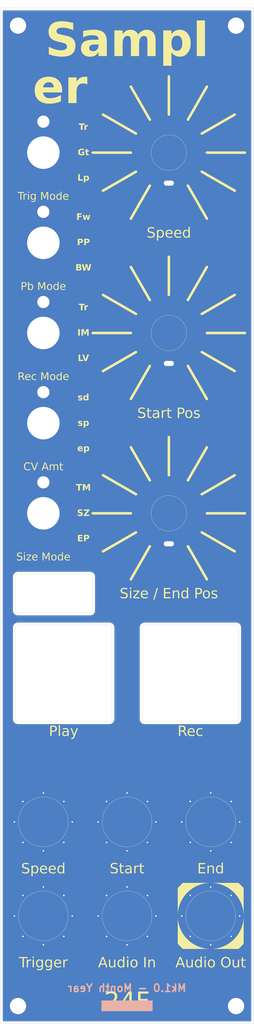
<source format=kicad_pcb>
(kicad_pcb (version 20241229) (generator "pcbnew") (generator_version "9.0")
  (title_block (title "Kosmo Format Front Panel - 5 cm") (company "DMH Instruments"))
  (layers (0 "F.Cu" signal) (2 "B.Cu" signal) (13 "F.Paste" user) (15 "B.Paste" user) (5 "F.SilkS" user "F.Silkscreen") (7 "B.SilkS" user "B.Silkscreen") (1 "F.Mask" user) (3 "B.Mask" user) (25 "Edge.Cuts" user))
  (net 0 "")
  (net 1 "GND")
  (footprint "SynthStuff:MountingHole_Rails" (layer "F.Cu") (at 53.5 226.5)
    (property "Reference" "H3")
    (property "Value" "MountingHole_Rails" (hide yes))
    (pad "1" thru_hole circle (at 0 0) (size 4 4) (drill 3.2) (layers "*.Cu" "*.Mask") (net 1 "GND"))
  )
  (footprint "SynthStuff:Pot_Cutout_Small" (layer "F.Cu") (at 83.25 58.5)
    (property "Reference" "H13")
    (property "Value" "Speed" (at 0 15.9 0) (layer "F.SilkS") (effects (font (size 2 2))))
    (fp_line (start -7.499998 0) (end -15 0) (stroke (width 0.5)) (layer "F.SilkS"))
    (fp_line (start -6.49301 -3.753771) (end -12.992858 -7.495709) (stroke (width 0.5)) (layer "F.SilkS"))
    (fp_line (start -6.49301 3.753772) (end -12.992781 7.495835) (stroke (width 0.5)) (layer "F.SilkS"))
    (fp_line (start -3.753772 -6.49301) (end -7.495837 -12.992783) (stroke (width 0.5)) (layer "F.SilkS"))
    (fp_line (start -3.753771 6.49301) (end -7.495708 12.992854) (stroke (width 0.5)) (layer "F.SilkS"))
    (fp_line (start 0 -7.5) (end 0 -15) (stroke (width 0.5)) (layer "F.SilkS"))
    (fp_line (start 3.753771 -6.49301) (end 7.495709 -12.992858) (stroke (width 0.5)) (layer "F.SilkS"))
    (fp_line (start 3.753772 6.49301) (end 7.495835 12.992782) (stroke (width 0.5)) (layer "F.SilkS"))
    (fp_line (start 6.49301 -3.753772) (end 12.992783 -7.495836) (stroke (width 0.5)) (layer "F.SilkS"))
    (fp_line (start 6.49301 3.753771) (end 12.992855 7.495709) (stroke (width 0.5)) (layer "F.SilkS"))
    (fp_line (start 7.5 0) (end 14.999999 0) (stroke (width 0.5)) (layer "F.SilkS"))
    (fp_circle (center 0 0) (end 0 3.5) (stroke (width 0.05)) (fill no) (layer "Edge.Cuts"))
    (pad "1" connect circle (at 0 0) (size 12 12) (layers "F.Cu" "F.Mask") (net 1 "GND"))
    (pad "1" connect circle (at 0 0) (size 12 12) (layers "B.Cu" "B.Mask") (net 1 "GND"))
    (pad "1" thru_hole oval (at 0 6) (size 2.5 1.5) (drill oval 2 1) (layers "*.Cu" "*.Mask") (net 1 "GND"))
  )
  (footprint "SynthStuff:MX_switch_Cutout" (layer "F.Cu") (at 87.5 161)
    (property "Reference" "H20" (hide yes))
    (property "Value" "Rec" (at 0 11.5 0) (layer "F.SilkS") (effects (font (size 2 2))))
    (fp_line (start -9.5 -9) (end -9.5 9) (stroke (width 0.05)) (layer "Edge.Cuts"))
    (fp_line (start -9 -9.5) (end 9 -9.5) (stroke (width 0.05)) (layer "Edge.Cuts"))
    (fp_line (start -9 9.5) (end 9 9.5) (stroke (width 0.05)) (layer "Edge.Cuts"))
    (fp_line (start 9.5 -9) (end 9.5 9) (stroke (width 0.05)) (layer "Edge.Cuts"))
    (fp_arc (start -9.5 -9) (mid -9.353553 -9.353553) (end -9 -9.5) (stroke (width 0.05)) (layer "Edge.Cuts"))
    (fp_arc (start -9 9.5) (mid -9.353553 9.353553) (end -9.5 9) (stroke (width 0.05)) (layer "Edge.Cuts"))
    (fp_arc (start 9 -9.5) (mid 9.353553 -9.353553) (end 9.5 -9) (stroke (width 0.05)) (layer "Edge.Cuts"))
    (fp_arc (start 9.5 9) (mid 9.353553 9.353553) (end 9 9.5) (stroke (width 0.05)) (layer "Edge.Cuts"))
  )
  (footprint "SynthStuff:MX_switch_Cutout" (layer "F.Cu") (at 62.5 161)
    (property "Reference" "H19" (hide yes))
    (property "Value" "Play" (at 0 11.5 0) (layer "F.SilkS") (effects (font (size 2 2))))
    (fp_line (start -9.5 -9) (end -9.5 9) (stroke (width 0.05)) (layer "Edge.Cuts"))
    (fp_line (start -9 -9.5) (end 9 -9.5) (stroke (width 0.05)) (layer "Edge.Cuts"))
    (fp_line (start -9 9.5) (end 9 9.5) (stroke (width 0.05)) (layer "Edge.Cuts"))
    (fp_line (start 9.5 -9) (end 9.5 9) (stroke (width 0.05)) (layer "Edge.Cuts"))
    (fp_arc (start -9.5 -9) (mid -9.353553 -9.353553) (end -9 -9.5) (stroke (width 0.05)) (layer "Edge.Cuts"))
    (fp_arc (start -9 9.5) (mid -9.353553 9.353553) (end -9.5 9) (stroke (width 0.05)) (layer "Edge.Cuts"))
    (fp_arc (start 9 -9.5) (mid 9.353553 -9.353553) (end 9.5 -9) (stroke (width 0.05)) (layer "Edge.Cuts"))
    (fp_arc (start 9.5 9) (mid 9.353553 9.353553) (end 9 9.5) (stroke (width 0.05)) (layer "Edge.Cuts"))
  )
  (footprint "SynthStuff:Toggle_Switch_TE_Cutout" (layer "F.Cu") (at 58.5 129.5)
    (property "Reference" "H18")
    (property "Value" "Size Mode" (at 0 8.65 0) (layer "F.SilkS") (effects (font (size 1.5 1.5))))
    (pad "1" thru_hole circle (at 0 -6.1) (size 2.9 2.9) (drill 2.4) (layers "*.Cu" "*.Mask") (net 1 "GND"))
    (pad "1" thru_hole circle (at 0 0) (size 13 13) (drill 6.4) (layers "*.Cu" "*.Mask") (net 1 "GND"))
  )
  (footprint "SynthStuff:Toggle_Switch_TE_Cutout" (layer "F.Cu") (at 58.5 76.25)
    (property "Reference" "H15")
    (property "Value" "Pb Mode" (at 0 8.65 0) (layer "F.SilkS") (effects (font (size 1.5 1.5))))
    (pad "1" thru_hole circle (at 0 -6.1) (size 2.9 2.9) (drill 2.4) (layers "*.Cu" "*.Mask") (net 1 "GND"))
    (pad "1" thru_hole circle (at 0 0) (size 13 13) (drill 6.4) (layers "*.Cu" "*.Mask") (net 1 "GND"))
  )
  (footprint "SynthStuff:Toggle_Switch_TE_Cutout" (layer "F.Cu") (at 58.5 94)
    (property "Reference" "H16")
    (property "Value" "Rec Mode" (at 0 8.65 0) (layer "F.SilkS") (effects (font (size 1.5 1.5))))
    (pad "1" thru_hole circle (at 0 -6.1) (size 2.9 2.9) (drill 2.4) (layers "*.Cu" "*.Mask") (net 1 "GND"))
    (pad "1" thru_hole circle (at 0 0) (size 13 13) (drill 6.4) (layers "*.Cu" "*.Mask") (net 1 "GND"))
  )
  (footprint "SynthStuff:Jack_6.35mm_Cutout_Output_v6" (layer "F.Cu") (at 91.5 208.75)
    (property "Reference" "H6")
    (property "Value" "Audio Out" (at 0 9.3 0) (layer "F.SilkS") (effects (font (size 2 2))))
    (fp_poly (pts (xy -6.5 5.5) (arc (start -6.5 0) (mid -4.596194 4.596194) (end 0 6.5)) (xy -5.5 6.5)) (fill yes) (layer "F.SilkS"))
    (fp_poly (pts (xy -5.5 -6.5) (arc (start 0 -6.5) (mid -4.596194 -4.596194) (end -6.5 0)) (xy -6.5 -5.5)) (fill yes) (layer "F.SilkS"))
    (fp_poly (pts (xy 5.5 6.5) (arc (start 0 6.5) (mid 4.596194 4.596194) (end 6.5 0)) (xy 6.5 5.5)) (fill yes) (layer "F.SilkS"))
    (fp_poly (pts (xy 6.5 -5.5) (arc (start 6.5 0) (mid 4.596194 -4.596194) (end 0 -6.5)) (xy 5.5 -6.5)) (fill yes) (layer "F.SilkS"))
    (fp_circle (center 0 0) (end 0 -4.9) (stroke (width 0.05)) (fill no) (layer "Edge.Cuts"))
    (pad "1" thru_hole circle (at -5.7 0) (size 0.5 0.5) (drill 0.3) (layers "*.Cu" "*.Mask") (net 1 "GND"))
    (pad "1" thru_hole circle (at -4.04 -4.03) (size 0.5 0.5) (drill 0.3) (layers "*.Cu" "*.Mask") (net 1 "GND"))
    (pad "1" thru_hole circle (at -4.03 4.04) (size 0.5 0.5) (drill 0.3) (layers "*.Cu" "*.Mask") (net 1 "GND"))
    (pad "1" thru_hole circle (at 0 -5.7) (size 0.5 0.5) (drill 0.3) (layers "*.Cu" "*.Mask") (net 1 "GND"))
    (pad "1" connect circle (at 0 0) (size 12 12) (layers "F.Cu" "F.Mask") (net 1 "GND"))
    (pad "1" connect circle (at 0 0) (size 12 12) (layers "B.Cu" "B.Mask") (net 1 "GND"))
    (pad "1" thru_hole circle (at 0 5.7) (size 0.5 0.5) (drill 0.3) (layers "*.Cu" "*.Mask") (net 1 "GND"))
    (pad "1" thru_hole circle (at 4.03 4.04) (size 0.5 0.5) (drill 0.3) (layers "*.Cu" "*.Mask") (net 1 "GND"))
    (pad "1" thru_hole circle (at 4.04 -4.03) (size 0.5 0.5) (drill 0.3) (layers "*.Cu" "*.Mask") (net 1 "GND"))
    (pad "1" thru_hole circle (at 5.7 0) (size 0.5 0.5) (drill 0.3) (layers "*.Cu" "*.Mask") (net 1 "GND"))
  )
  (footprint "SynthStuff:Pot_Cutout_Small" (layer "F.Cu") (at 83.25 94)
    (property "Reference" "H12")
    (property "Value" "Start Pos" (at 0 15.9 0) (layer "F.SilkS") (effects (font (size 2 2))))
    (fp_line (start -7.499998 0) (end -15 0) (stroke (width 0.5)) (layer "F.SilkS"))
    (fp_line (start -6.49301 -3.753771) (end -12.992858 -7.495709) (stroke (width 0.5)) (layer "F.SilkS"))
    (fp_line (start -6.49301 3.753772) (end -12.992781 7.495835) (stroke (width 0.5)) (layer "F.SilkS"))
    (fp_line (start -3.753772 -6.49301) (end -7.495837 -12.992783) (stroke (width 0.5)) (layer "F.SilkS"))
    (fp_line (start -3.753771 6.49301) (end -7.495708 12.992854) (stroke (width 0.5)) (layer "F.SilkS"))
    (fp_line (start 0 -7.5) (end 0 -15) (stroke (width 0.5)) (layer "F.SilkS"))
    (fp_line (start 3.753771 -6.49301) (end 7.495709 -12.992858) (stroke (width 0.5)) (layer "F.SilkS"))
    (fp_line (start 3.753772 6.49301) (end 7.495835 12.992782) (stroke (width 0.5)) (layer "F.SilkS"))
    (fp_line (start 6.49301 -3.753772) (end 12.992783 -7.495836) (stroke (width 0.5)) (layer "F.SilkS"))
    (fp_line (start 6.49301 3.753771) (end 12.992855 7.495709) (stroke (width 0.5)) (layer "F.SilkS"))
    (fp_line (start 7.5 0) (end 14.999999 0) (stroke (width 0.5)) (layer "F.SilkS"))
    (fp_circle (center 0 0) (end 0 3.5) (stroke (width 0.05)) (fill no) (layer "Edge.Cuts"))
    (pad "1" connect circle (at 0 0) (size 12 12) (layers "F.Cu" "F.Mask") (net 1 "GND"))
    (pad "1" connect circle (at 0 0) (size 12 12) (layers "B.Cu" "B.Mask") (net 1 "GND"))
    (pad "1" thru_hole oval (at 0 6) (size 2.5 1.5) (drill oval 2 1) (layers "*.Cu" "*.Mask") (net 1 "GND"))
  )
  (footprint "SynthStuff:Jack_6.35mm_Cutout_v3" (layer "F.Cu") (at 75 208.75)
    (property "Reference" "H5")
    (property "Value" "Audio In" (at 0 9.3 0) (layer "F.SilkS") (effects (font (size 2 2))))
    (fp_circle (center 0 0) (end 0 -4.9) (stroke (width 0.05)) (fill no) (layer "Edge.Cuts"))
    (pad "1" thru_hole circle (at -5.7 0) (size 0.5 0.5) (drill 0.3) (layers "*.Cu" "*.Mask") (net 1 "GND"))
    (pad "1" thru_hole circle (at -4.04 -4.03) (size 0.5 0.5) (drill 0.3) (layers "*.Cu" "*.Mask") (net 1 "GND"))
    (pad "1" thru_hole circle (at -4.03 4.04) (size 0.5 0.5) (drill 0.3) (layers "*.Cu" "*.Mask") (net 1 "GND"))
    (pad "1" thru_hole circle (at 0 -5.7) (size 0.5 0.5) (drill 0.3) (layers "*.Cu" "*.Mask") (net 1 "GND"))
    (pad "1" connect circle (at 0 0) (size 12 12) (layers "F.Cu" "F.Mask") (net 1 "GND"))
    (pad "1" connect circle (at 0 0) (size 12 12) (layers "B.Cu" "B.Mask") (net 1 "GND"))
    (pad "1" thru_hole circle (at 0 5.7) (size 0.5 0.5) (drill 0.3) (layers "*.Cu" "*.Mask") (net 1 "GND"))
    (pad "1" thru_hole circle (at 4.03 4.04) (size 0.5 0.5) (drill 0.3) (layers "*.Cu" "*.Mask") (net 1 "GND"))
    (pad "1" thru_hole circle (at 4.04 -4.03) (size 0.5 0.5) (drill 0.3) (layers "*.Cu" "*.Mask") (net 1 "GND"))
    (pad "1" thru_hole circle (at 5.7 0) (size 0.5 0.5) (drill 0.3) (layers "*.Cu" "*.Mask") (net 1 "GND"))
  )
  (footprint "SynthStuff:Jack_6.35mm_Cutout_v3" (layer "F.Cu") (at 58.5 208.75)
    (property "Reference" "H7")
    (property "Value" "Trigger" (at 0 9.3 0) (layer "F.SilkS") (effects (font (size 2 2))))
    (fp_circle (center 0 0) (end 0 -4.9) (stroke (width 0.05)) (fill no) (layer "Edge.Cuts"))
    (pad "1" thru_hole circle (at -5.7 0) (size 0.5 0.5) (drill 0.3) (layers "*.Cu" "*.Mask") (net 1 "GND"))
    (pad "1" thru_hole circle (at -4.04 -4.03) (size 0.5 0.5) (drill 0.3) (layers "*.Cu" "*.Mask") (net 1 "GND"))
    (pad "1" thru_hole circle (at -4.03 4.04) (size 0.5 0.5) (drill 0.3) (layers "*.Cu" "*.Mask") (net 1 "GND"))
    (pad "1" thru_hole circle (at 0 -5.7) (size 0.5 0.5) (drill 0.3) (layers "*.Cu" "*.Mask") (net 1 "GND"))
    (pad "1" connect circle (at 0 0) (size 12 12) (layers "F.Cu" "F.Mask") (net 1 "GND"))
    (pad "1" connect circle (at 0 0) (size 12 12) (layers "B.Cu" "B.Mask") (net 1 "GND"))
    (pad "1" thru_hole circle (at 0 5.7) (size 0.5 0.5) (drill 0.3) (layers "*.Cu" "*.Mask") (net 1 "GND"))
    (pad "1" thru_hole circle (at 4.03 4.04) (size 0.5 0.5) (drill 0.3) (layers "*.Cu" "*.Mask") (net 1 "GND"))
    (pad "1" thru_hole circle (at 4.04 -4.03) (size 0.5 0.5) (drill 0.3) (layers "*.Cu" "*.Mask") (net 1 "GND"))
    (pad "1" thru_hole circle (at 5.7 0) (size 0.5 0.5) (drill 0.3) (layers "*.Cu" "*.Mask") (net 1 "GND"))
  )
  (footprint "SynthStuff:USB-A_Cutout" (layer "F.Cu") (at 60.6 145.3)
    (property "Reference" "H21" (hide yes))
    (property "Value" "USB_A" (hide yes))
    (fp_line (start -7.6 3.3) (end -7.6 -3.3) (stroke (width 0.05)) (layer "Edge.Cuts"))
    (fp_line (start -7.1 -3.8) (end 7.1 -3.8) (stroke (width 0.05)) (layer "Edge.Cuts"))
    (fp_line (start 7.1 3.8) (end -7.1 3.8) (stroke (width 0.05)) (layer "Edge.Cuts"))
    (fp_line (start 7.6 -3.3) (end 7.6 3.3) (stroke (width 0.05)) (layer "Edge.Cuts"))
    (fp_arc (start -7.6 -3.3) (mid -7.453553 -3.653553) (end -7.1 -3.8) (stroke (width 0.05)) (layer "Edge.Cuts"))
    (fp_arc (start -7.1 3.8) (mid -7.453553 3.653553) (end -7.6 3.3) (stroke (width 0.05)) (layer "Edge.Cuts"))
    (fp_arc (start 7.1 -3.8) (mid 7.453553 -3.653553) (end 7.6 -3.3) (stroke (width 0.05)) (layer "Edge.Cuts"))
    (fp_arc (start 7.6 3.3) (mid 7.453553 3.653553) (end 7.1 3.8) (stroke (width 0.05)) (layer "Edge.Cuts"))
  )
  (footprint "SynthStuff:Toggle_Switch_TE_Cutout" (layer "F.Cu") (at 58.5 58.5)
    (property "Reference" "H14")
    (property "Value" "Trig Mode" (at 0 8.65 0) (layer "F.SilkS") (effects (font (size 1.5 1.5))))
    (pad "1" thru_hole circle (at 0 -6.1) (size 2.9 2.9) (drill 2.4) (layers "*.Cu" "*.Mask") (net 1 "GND"))
    (pad "1" thru_hole circle (at 0 0) (size 13 13) (drill 6.4) (layers "*.Cu" "*.Mask") (net 1 "GND"))
  )
  (footprint "SynthStuff:MountingHole_Rails" (layer "F.Cu") (at 96.5 33.5)
    (property "Reference" "H2")
    (property "Value" "MountingHole_Rails" (hide yes))
    (pad "1" thru_hole circle (at 0 0) (size 4 4) (drill 3.2) (layers "*.Cu" "*.Mask") (net 1 "GND"))
  )
  (footprint "SynthStuff:Jack_6.35mm_Cutout_v3" (layer "F.Cu") (at 58.5 190.25)
    (property "Reference" "H10")
    (property "Value" "Speed" (at 0 9.3 0) (layer "F.SilkS") (effects (font (size 2 2))))
    (fp_circle (center 0 0) (end 0 -4.9) (stroke (width 0.05)) (fill no) (layer "Edge.Cuts"))
    (pad "1" thru_hole circle (at -5.7 0) (size 0.5 0.5) (drill 0.3) (layers "*.Cu" "*.Mask") (net 1 "GND"))
    (pad "1" thru_hole circle (at -4.04 -4.03) (size 0.5 0.5) (drill 0.3) (layers "*.Cu" "*.Mask") (net 1 "GND"))
    (pad "1" thru_hole circle (at -4.03 4.04) (size 0.5 0.5) (drill 0.3) (layers "*.Cu" "*.Mask") (net 1 "GND"))
    (pad "1" thru_hole circle (at 0 -5.7) (size 0.5 0.5) (drill 0.3) (layers "*.Cu" "*.Mask") (net 1 "GND"))
    (pad "1" connect circle (at 0 0) (size 12 12) (layers "F.Cu" "F.Mask") (net 1 "GND"))
    (pad "1" connect circle (at 0 0) (size 12 12) (layers "B.Cu" "B.Mask") (net 1 "GND"))
    (pad "1" thru_hole circle (at 0 5.7) (size 0.5 0.5) (drill 0.3) (layers "*.Cu" "*.Mask") (net 1 "GND"))
    (pad "1" thru_hole circle (at 4.03 4.04) (size 0.5 0.5) (drill 0.3) (layers "*.Cu" "*.Mask") (net 1 "GND"))
    (pad "1" thru_hole circle (at 4.04 -4.03) (size 0.5 0.5) (drill 0.3) (layers "*.Cu" "*.Mask") (net 1 "GND"))
    (pad "1" thru_hole circle (at 5.7 0) (size 0.5 0.5) (drill 0.3) (layers "*.Cu" "*.Mask") (net 1 "GND"))
  )
  (footprint "SynthStuff:MountingHole_Rails" (layer "F.Cu") (at 96.5 226.5)
    (property "Reference" "H4")
    (property "Value" "MountingHole_Rails" (hide yes))
    (pad "1" thru_hole circle (at 0 0) (size 4 4) (drill 3.2) (layers "*.Cu" "*.Mask") (net 1 "GND"))
  )
  (footprint "SynthStuff:MountingHole_Rails" (layer "F.Cu") (at 53.5 33.5)
    (property "Reference" "H1")
    (property "Value" "MountingHole_Rails" (hide yes))
    (pad "1" thru_hole circle (at 0 0) (size 4 4) (drill 3.2) (layers "*.Cu" "*.Mask") (net 1 "GND"))
  )
  (footprint "SynthStuff:Toggle_Switch_TE_Cutout" (layer "F.Cu") (at 58.5 111.75)
    (property "Reference" "H17")
    (property "Value" "CV Amt" (at 0 8.65 0) (layer "F.SilkS") (effects (font (size 1.5 1.5))))
    (pad "1" thru_hole circle (at 0 -6.1) (size 2.9 2.9) (drill 2.4) (layers "*.Cu" "*.Mask") (net 1 "GND"))
    (pad "1" thru_hole circle (at 0 0) (size 13 13) (drill 6.4) (layers "*.Cu" "*.Mask") (net 1 "GND"))
  )
  (footprint "SynthStuff:Jack_6.35mm_Cutout_v3" (layer "F.Cu") (at 75 190.25)
    (property "Reference" "H8")
    (property "Value" "Start" (at 0 9.3 0) (layer "F.SilkS") (effects (font (size 2 2))))
    (fp_circle (center 0 0) (end 0 -4.9) (stroke (width 0.05)) (fill no) (layer "Edge.Cuts"))
    (pad "1" thru_hole circle (at -5.7 0) (size 0.5 0.5) (drill 0.3) (layers "*.Cu" "*.Mask") (net 1 "GND"))
    (pad "1" thru_hole circle (at -4.04 -4.03) (size 0.5 0.5) (drill 0.3) (layers "*.Cu" "*.Mask") (net 1 "GND"))
    (pad "1" thru_hole circle (at -4.03 4.04) (size 0.5 0.5) (drill 0.3) (layers "*.Cu" "*.Mask") (net 1 "GND"))
    (pad "1" thru_hole circle (at 0 -5.7) (size 0.5 0.5) (drill 0.3) (layers "*.Cu" "*.Mask") (net 1 "GND"))
    (pad "1" connect circle (at 0 0) (size 12 12) (layers "F.Cu" "F.Mask") (net 1 "GND"))
    (pad "1" connect circle (at 0 0) (size 12 12) (layers "B.Cu" "B.Mask") (net 1 "GND"))
    (pad "1" thru_hole circle (at 0 5.7) (size 0.5 0.5) (drill 0.3) (layers "*.Cu" "*.Mask") (net 1 "GND"))
    (pad "1" thru_hole circle (at 4.03 4.04) (size 0.5 0.5) (drill 0.3) (layers "*.Cu" "*.Mask") (net 1 "GND"))
    (pad "1" thru_hole circle (at 4.04 -4.03) (size 0.5 0.5) (drill 0.3) (layers "*.Cu" "*.Mask") (net 1 "GND"))
    (pad "1" thru_hole circle (at 5.7 0) (size 0.5 0.5) (drill 0.3) (layers "*.Cu" "*.Mask") (net 1 "GND"))
  )
  (footprint "SynthStuff:Pot_Cutout_Small" (layer "F.Cu") (at 83.25 129.5)
    (property "Reference" "H11")
    (property "Value" "Size / End Pos" (at 0 15.9 0) (layer "F.SilkS") (effects (font (size 2 2))))
    (fp_line (start -7.499998 0) (end -15 0) (stroke (width 0.5)) (layer "F.SilkS"))
    (fp_line (start -6.49301 -3.753771) (end -12.992858 -7.495709) (stroke (width 0.5)) (layer "F.SilkS"))
    (fp_line (start -6.49301 3.753772) (end -12.992781 7.495835) (stroke (width 0.5)) (layer "F.SilkS"))
    (fp_line (start -3.753772 -6.49301) (end -7.495837 -12.992783) (stroke (width 0.5)) (layer "F.SilkS"))
    (fp_line (start -3.753771 6.49301) (end -7.495708 12.992854) (stroke (width 0.5)) (layer "F.SilkS"))
    (fp_line (start 0 -7.5) (end 0 -15) (stroke (width 0.5)) (layer "F.SilkS"))
    (fp_line (start 3.753771 -6.49301) (end 7.495709 -12.992858) (stroke (width 0.5)) (layer "F.SilkS"))
    (fp_line (start 3.753772 6.49301) (end 7.495835 12.992782) (stroke (width 0.5)) (layer "F.SilkS"))
    (fp_line (start 6.49301 -3.753772) (end 12.992783 -7.495836) (stroke (width 0.5)) (layer "F.SilkS"))
    (fp_line (start 6.49301 3.753771) (end 12.992855 7.495709) (stroke (width 0.5)) (layer "F.SilkS"))
    (fp_line (start 7.5 0) (end 14.999999 0) (stroke (width 0.5)) (layer "F.SilkS"))
    (fp_circle (center 0 0) (end 0 3.5) (stroke (width 0.05)) (fill no) (layer "Edge.Cuts"))
    (pad "1" connect circle (at 0 0) (size 12 12) (layers "F.Cu" "F.Mask") (net 1 "GND"))
    (pad "1" connect circle (at 0 0) (size 12 12) (layers "B.Cu" "B.Mask") (net 1 "GND"))
    (pad "1" thru_hole oval (at 0 6) (size 2.5 1.5) (drill oval 2 1) (layers "*.Cu" "*.Mask") (net 1 "GND"))
  )
  (footprint "SynthStuff:Jack_6.35mm_Cutout_v3" (layer "F.Cu") (at 91.5 190.25)
    (property "Reference" "H9")
    (property "Value" "End" (at 0 9.3 0) (layer "F.SilkS") (effects (font (size 2 2))))
    (fp_circle (center 0 0) (end 0 -4.9) (stroke (width 0.05)) (fill no) (layer "Edge.Cuts"))
    (pad "1" thru_hole circle (at -5.7 0) (size 0.5 0.5) (drill 0.3) (layers "*.Cu" "*.Mask") (net 1 "GND"))
    (pad "1" thru_hole circle (at -4.04 -4.03) (size 0.5 0.5) (drill 0.3) (layers "*.Cu" "*.Mask") (net 1 "GND"))
    (pad "1" thru_hole circle (at -4.03 4.04) (size 0.5 0.5) (drill 0.3) (layers "*.Cu" "*.Mask") (net 1 "GND"))
    (pad "1" thru_hole circle (at 0 -5.7) (size 0.5 0.5) (drill 0.3) (layers "*.Cu" "*.Mask") (net 1 "GND"))
    (pad "1" connect circle (at 0 0) (size 12 12) (layers "F.Cu" "F.Mask") (net 1 "GND"))
    (pad "1" connect circle (at 0 0) (size 12 12) (layers "B.Cu" "B.Mask") (net 1 "GND"))
    (pad "1" thru_hole circle (at 0 5.7) (size 0.5 0.5) (drill 0.3) (layers "*.Cu" "*.Mask") (net 1 "GND"))
    (pad "1" thru_hole circle (at 4.03 4.04) (size 0.5 0.5) (drill 0.3) (layers "*.Cu" "*.Mask") (net 1 "GND"))
    (pad "1" thru_hole circle (at 4.04 -4.03) (size 0.5 0.5) (drill 0.3) (layers "*.Cu" "*.Mask") (net 1 "GND"))
    (pad "1" thru_hole circle (at 5.7 0) (size 0.5 0.5) (drill 0.3) (layers "*.Cu" "*.Mask") (net 1 "GND"))
  )
  (gr_rect (start 70 225.45) (end 80 227.45) (stroke (width 0.1)) (fill yes) (layer "B.SilkS"))
  (gr_rect (start 50 30) (end 100 230) (stroke (width 0.05)) (fill no) (layer "Edge.Cuts"))
  (gr_text "ep" (at 66.4 116.75 0) (layer "F.SilkS") (effects (font (size 1.25 1.25) (thickness 0.25) (bold yes))))
  (gr_text "BW" (at 66.4 81.2 0) (layer "F.SilkS") (effects (font (size 1.25 1.25) (thickness 0.25) (bold yes))))
  (gr_text "IM" (at 66.4 94 0) (layer "F.SilkS") (effects (font (size 1.25 1.25) (thickness 0.2) (bold yes))))
  (gr_text "EP" (at 66.4 134.5 0) (layer "F.SilkS") (effects (font (size 1.25 1.25) (thickness 0.25) (bold yes))))
  (gr_text "Fw" (at 66.4 71.2 0) (layer "F.SilkS") (effects (font (size 1.25 1.25) (thickness 0.2) (bold yes))))
  (gr_text "sp" (at 66.4 111.75 0) (layer "F.SilkS") (effects (font (size 1.25 1.25) (thickness 0.2) (bold yes))))
  (gr_text "Sampl" (at 75 36.75 0) (layer "F.SilkS") (effects (font (size 6.6 6.6) (thickness 0.8) (bold yes))))
  (gr_text "er" (at 61.8 46 0) (layer "F.SilkS") (effects (font (size 6.6 6.6) (thickness 0.8) (bold yes))))
  (gr_text "LV" (at 66.4 99 0) (layer "F.SilkS") (effects (font (size 1.25 1.25) (thickness 0.25) (bold yes))))
  (gr_text "Tr" (at 66.4 53.5 0) (layer "F.SilkS") (effects (font (size 1.25 1.25) (thickness 0.2) (bold yes))))
  (gr_text "Lp" (at 66.4 63.5 0) (layer "F.SilkS") (effects (font (size 1.25 1.25) (thickness 0.25) (bold yes))))
  (gr_text "Tr" (at 66.4 89 0) (layer "F.SilkS") (effects (font (size 1.25 1.25) (thickness 0.2) (bold yes))))
  (gr_text "sd" (at 66.4 106.75 0) (layer "F.SilkS") (effects (font (size 1.25 1.25) (thickness 0.2) (bold yes))))
  (gr_text "PP" (at 66.4 76.2 0) (layer "F.SilkS") (effects (font (size 1.25 1.25) (thickness 0.2) (bold yes))))
  (gr_text "Gt" (at 66.4 58.5 0) (layer "F.SilkS") (effects (font (size 1.25 1.25) (thickness 0.2) (bold yes))))
  (gr_text "SZ" (at 66.4 129.5 0) (layer "F.SilkS") (effects (font (size 1.25 1.25) (thickness 0.2) (bold yes))))
  (gr_text "TM" (at 66.4 124.5 0) (layer "F.SilkS") (effects (font (size 1.25 1.25) (thickness 0.2) (bold yes))))
  (gr_text "24F" (at 75 225.75 0) (layer "F.SilkS") (effects (font (size 3.5 3.5) (thickness 0.875))))
  (gr_text "Mk1.0 - Month Year" (at 75 222.95 0) (layer "B.SilkS") (effects (font (size 1.5 1.5) (thickness 0.3) (bold yes)) (justify mirror)))
  (zone (net 1) (net_name "GND") (layers "F.Cu" "B.Cu") (name "GroundPlane") (connect_pads yes (clearance 0.5)) (min_thickness 0.25) (fill yes (thermal_gap 0.5) (thermal_bridge_width 0.5))
    (polygon (pts (xy 50 30) (xy 100 30) (xy 100 230) (xy 50 230)))
  )
)
</source>
